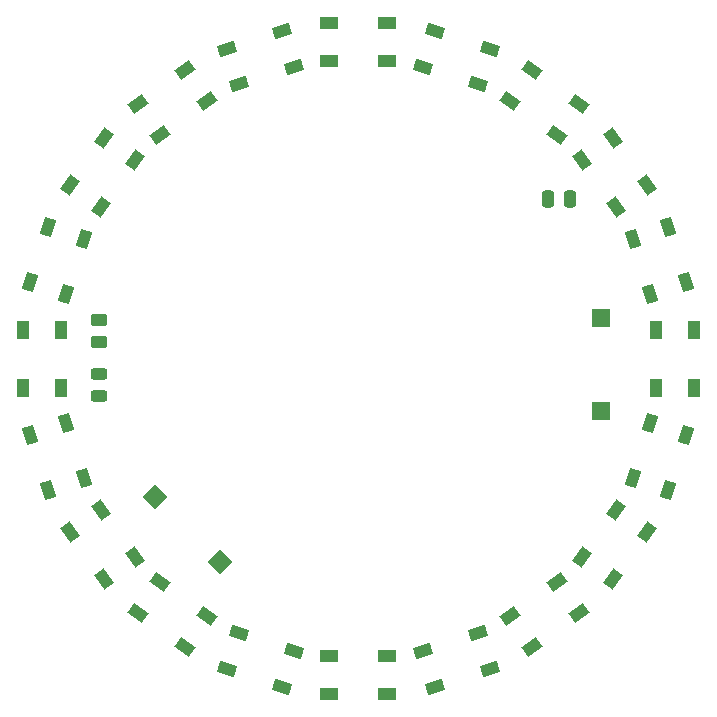
<source format=gbr>
%TF.GenerationSoftware,KiCad,Pcbnew,(6.0.7)*%
%TF.CreationDate,2023-03-05T02:05:44+08:00*%
%TF.ProjectId,CameraPosition,43616d65-7261-4506-9f73-6974696f6e2e,rev?*%
%TF.SameCoordinates,Original*%
%TF.FileFunction,Paste,Bot*%
%TF.FilePolarity,Positive*%
%FSLAX46Y46*%
G04 Gerber Fmt 4.6, Leading zero omitted, Abs format (unit mm)*
G04 Created by KiCad (PCBNEW (6.0.7)) date 2023-03-05 02:05:44*
%MOMM*%
%LPD*%
G01*
G04 APERTURE LIST*
G04 Aperture macros list*
%AMRoundRect*
0 Rectangle with rounded corners*
0 $1 Rounding radius*
0 $2 $3 $4 $5 $6 $7 $8 $9 X,Y pos of 4 corners*
0 Add a 4 corners polygon primitive as box body*
4,1,4,$2,$3,$4,$5,$6,$7,$8,$9,$2,$3,0*
0 Add four circle primitives for the rounded corners*
1,1,$1+$1,$2,$3*
1,1,$1+$1,$4,$5*
1,1,$1+$1,$6,$7*
1,1,$1+$1,$8,$9*
0 Add four rect primitives between the rounded corners*
20,1,$1+$1,$2,$3,$4,$5,0*
20,1,$1+$1,$4,$5,$6,$7,0*
20,1,$1+$1,$6,$7,$8,$9,0*
20,1,$1+$1,$8,$9,$2,$3,0*%
%AMRotRect*
0 Rectangle, with rotation*
0 The origin of the aperture is its center*
0 $1 length*
0 $2 width*
0 $3 Rotation angle, in degrees counterclockwise*
0 Add horizontal line*
21,1,$1,$2,0,0,$3*%
G04 Aperture macros list end*
%ADD10RotRect,1.500000X1.000000X342.000000*%
%ADD11RotRect,1.500000X1.000000X36.000000*%
%ADD12RotRect,1.500000X1.000000X324.000000*%
%ADD13RotRect,1.500000X1.000000X144.000000*%
%ADD14RotRect,1.500000X1.000000X18.000000*%
%ADD15RoundRect,0.243750X0.456250X-0.243750X0.456250X0.243750X-0.456250X0.243750X-0.456250X-0.243750X0*%
%ADD16R,1.000000X1.500000*%
%ADD17RoundRect,0.250000X0.450000X-0.262500X0.450000X0.262500X-0.450000X0.262500X-0.450000X-0.262500X0*%
%ADD18RotRect,1.500000X1.000000X108.000000*%
%ADD19RotRect,1.500000X1.000000X72.000000*%
%ADD20RotRect,1.500000X1.000000X126.000000*%
%ADD21RotRect,1.500000X1.000000X288.000000*%
%ADD22RoundRect,0.250000X-0.250000X-0.475000X0.250000X-0.475000X0.250000X0.475000X-0.250000X0.475000X0*%
%ADD23R,1.500000X1.000000*%
%ADD24RotRect,1.500000X1.000000X252.000000*%
%ADD25RotRect,1.500000X1.500000X315.000000*%
%ADD26RotRect,1.500000X1.000000X216.000000*%
%ADD27RotRect,1.500000X1.000000X306.000000*%
%ADD28RotRect,1.500000X1.000000X162.000000*%
%ADD29RotRect,1.500000X1.000000X198.000000*%
%ADD30R,1.500000X1.500000*%
%ADD31RotRect,1.500000X1.000000X234.000000*%
%ADD32RotRect,1.500000X1.000000X54.000000*%
G04 APERTURE END LIST*
D10*
%TO.C,D15*%
X54457139Y-24276284D03*
X55445994Y-21232903D03*
X60106171Y-22747086D03*
X59117316Y-25790467D03*
%TD*%
D11*
%TO.C,D18*%
X32205720Y-30052845D03*
X30324807Y-27463991D03*
X34288990Y-24583843D03*
X36169903Y-27172697D03*
%TD*%
D12*
%TO.C,D14*%
X61830096Y-27172697D03*
X63711009Y-24583843D03*
X67675192Y-27463991D03*
X65794279Y-30052845D03*
%TD*%
D13*
%TO.C,D4*%
X36169903Y-70827302D03*
X34288990Y-73416156D03*
X30324807Y-70536008D03*
X32205720Y-67947154D03*
%TD*%
D14*
%TO.C,D17*%
X38882683Y-25790467D03*
X37893828Y-22747086D03*
X42554005Y-21232903D03*
X43542860Y-24276284D03*
%TD*%
D15*
%TO.C,D1*%
X27000000Y-52187500D03*
X27000000Y-50312500D03*
%TD*%
D16*
%TO.C,D11*%
X74200000Y-46550000D03*
X77400000Y-46550000D03*
X77400000Y-51450000D03*
X74200000Y-51450000D03*
%TD*%
D17*
%TO.C,R3*%
X27000000Y-47575000D03*
X27000000Y-45750000D03*
%TD*%
D18*
%TO.C,D2*%
X25790467Y-59117316D03*
X22747086Y-60106171D03*
X21232903Y-55445994D03*
X24276284Y-54457139D03*
%TD*%
D19*
%TO.C,D20*%
X24276284Y-43542860D03*
X21232903Y-42554005D03*
X22747086Y-37893828D03*
X25790467Y-38882683D03*
%TD*%
D20*
%TO.C,D3*%
X30052845Y-65794279D03*
X27463991Y-67675192D03*
X24583843Y-63711009D03*
X27172697Y-61830096D03*
%TD*%
D21*
%TO.C,D12*%
X72209532Y-38882683D03*
X75252913Y-37893828D03*
X76767096Y-42554005D03*
X73723715Y-43542860D03*
%TD*%
D22*
%TO.C,C18*%
X65050000Y-35500000D03*
X66950000Y-35500000D03*
%TD*%
D16*
%TO.C,D21*%
X23800000Y-51449999D03*
X20600000Y-51449999D03*
X20600000Y-46549999D03*
X23800000Y-46549999D03*
%TD*%
D23*
%TO.C,D16*%
X46550000Y-23800000D03*
X46550000Y-20600000D03*
X51450000Y-20600000D03*
X51450000Y-23800000D03*
%TD*%
%TO.C,D6*%
X51450000Y-74200000D03*
X51450000Y-77400000D03*
X46550000Y-77400000D03*
X46550000Y-74200000D03*
%TD*%
D24*
%TO.C,D10*%
X73723715Y-54457139D03*
X76767096Y-55445994D03*
X75252913Y-60106171D03*
X72209532Y-59117316D03*
%TD*%
D25*
%TO.C,SW1*%
X31742284Y-60742284D03*
X37257716Y-66257716D03*
%TD*%
D26*
%TO.C,D8*%
X65794279Y-67947154D03*
X67675192Y-70536008D03*
X63711009Y-73416156D03*
X61830096Y-70827302D03*
%TD*%
D27*
%TO.C,D13*%
X67947154Y-32205720D03*
X70536008Y-30324807D03*
X73416156Y-34288990D03*
X70827302Y-36169903D03*
%TD*%
D28*
%TO.C,D5*%
X43542860Y-73723715D03*
X42554005Y-76767096D03*
X37893828Y-75252913D03*
X38882683Y-72209532D03*
%TD*%
D29*
%TO.C,D7*%
X59117316Y-72209532D03*
X60106171Y-75252913D03*
X55445994Y-76767096D03*
X54457139Y-73723715D03*
%TD*%
D30*
%TO.C,SW2*%
X69500000Y-53400000D03*
X69500000Y-45600000D03*
%TD*%
D31*
%TO.C,D9*%
X70827302Y-61830096D03*
X73416156Y-63711009D03*
X70536008Y-67675192D03*
X67947154Y-65794279D03*
%TD*%
D32*
%TO.C,D19*%
X27172697Y-36169903D03*
X24583843Y-34288990D03*
X27463991Y-30324807D03*
X30052845Y-32205720D03*
%TD*%
M02*

</source>
